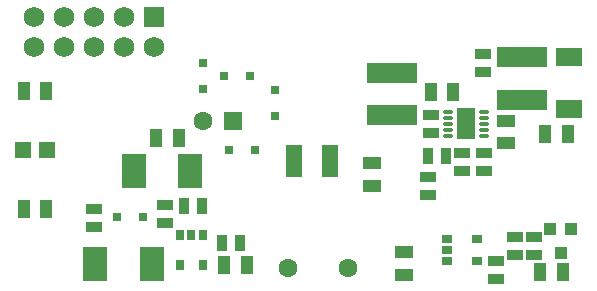
<source format=gbs>
%FSLAX34Y34*%
G04 Gerber Fmt 3.4, Leading zero omitted, Abs format*
G04 (created by PCBNEW (2013-11-03 BZR 4430)-product) date Fri 08 Nov 2013 11:28:15 PM CST*
%MOIN*%
G01*
G70*
G90*
G04 APERTURE LIST*
%ADD10C,0.005906*%
%ADD11R,0.038000X0.028000*%
%ADD12R,0.028000X0.038000*%
%ADD13R,0.078900X0.114300*%
%ADD14R,0.043000X0.063000*%
%ADD15R,0.053000X0.033000*%
%ADD16R,0.033000X0.053000*%
%ADD17R,0.063000X0.063000*%
%ADD18C,0.063000*%
%ADD19R,0.055200X0.055200*%
%ADD20R,0.068000X0.068000*%
%ADD21C,0.068000*%
%ADD22R,0.058000X0.108000*%
%ADD23R,0.063000X0.043000*%
%ADD24R,0.044000X0.044000*%
%ADD25R,0.165480X0.067055*%
%ADD26R,0.031622X0.031622*%
%ADD27R,0.090677X0.063118*%
%ADD28R,0.063118X0.039220*%
%ADD29O,0.034296X0.012643*%
%ADD30O,0.037839X0.012643*%
G04 APERTURE END LIST*
G54D10*
G54D11*
X55877Y-45079D03*
X55877Y-44329D03*
X56877Y-45079D03*
X55877Y-44704D03*
X56877Y-44329D03*
G54D12*
X46967Y-44224D03*
X47717Y-44224D03*
X46967Y-45224D03*
X47342Y-44224D03*
X47717Y-45224D03*
G54D13*
X45413Y-42066D03*
X47303Y-42066D03*
X46020Y-45175D03*
X44130Y-45175D03*
G54D14*
X41750Y-39409D03*
X42500Y-39409D03*
X41750Y-43346D03*
X42500Y-43346D03*
G54D15*
X57060Y-38780D03*
X57060Y-38180D03*
X56360Y-42080D03*
X56360Y-41480D03*
X46450Y-43200D03*
X46450Y-43800D03*
X44100Y-43925D03*
X44100Y-43325D03*
G54D16*
X55240Y-41560D03*
X55840Y-41560D03*
G54D15*
X55240Y-42860D03*
X55240Y-42260D03*
X57100Y-41480D03*
X57100Y-42080D03*
X55314Y-40192D03*
X55314Y-40792D03*
G54D16*
X47100Y-43250D03*
X47700Y-43250D03*
X48375Y-44475D03*
X48975Y-44475D03*
G54D15*
X57480Y-45078D03*
X57480Y-45678D03*
G54D17*
X48728Y-40393D03*
G54D18*
X47728Y-40393D03*
G54D19*
X42538Y-41377D03*
X41712Y-41377D03*
G54D18*
X50574Y-45314D03*
X52574Y-45314D03*
G54D20*
X46094Y-36940D03*
G54D21*
X46094Y-37940D03*
X45094Y-36940D03*
X45094Y-37940D03*
X44094Y-36940D03*
X44094Y-37940D03*
X43094Y-36940D03*
X43094Y-37940D03*
X42094Y-36940D03*
X42094Y-37940D03*
G54D22*
X51977Y-41732D03*
X50777Y-41732D03*
G54D14*
X46165Y-40980D03*
X46915Y-40980D03*
X55325Y-39440D03*
X56075Y-39440D03*
X48443Y-45216D03*
X49193Y-45216D03*
X58975Y-45433D03*
X59725Y-45433D03*
G54D15*
X58120Y-44260D03*
X58120Y-44860D03*
G54D23*
X54429Y-45532D03*
X54429Y-44782D03*
X57840Y-40405D03*
X57840Y-41155D03*
X53346Y-41810D03*
X53346Y-42560D03*
G54D14*
X59882Y-40826D03*
X59132Y-40826D03*
G54D24*
X60010Y-44000D03*
X59310Y-44000D03*
X59660Y-44800D03*
G54D15*
X58760Y-44860D03*
X58760Y-44260D03*
G54D25*
X58346Y-38287D03*
X58346Y-39704D03*
X54015Y-40216D03*
X54015Y-38799D03*
G54D26*
X49283Y-38900D03*
X48416Y-38900D03*
X47736Y-39350D03*
X47736Y-38484D03*
X48591Y-41375D03*
X49458Y-41375D03*
X50125Y-39366D03*
X50125Y-40233D03*
X45733Y-43600D03*
X44866Y-43600D03*
G54D27*
X59940Y-38273D03*
X59940Y-40006D03*
G54D28*
X56500Y-40187D03*
X56500Y-40500D03*
G54D29*
X57090Y-40106D03*
X57090Y-40303D03*
G54D30*
X57090Y-40500D03*
G54D29*
X57090Y-40696D03*
X57090Y-40893D03*
X55909Y-40893D03*
X55909Y-40696D03*
X55909Y-40500D03*
X55909Y-40303D03*
X55909Y-40106D03*
G54D28*
X56500Y-40812D03*
M02*

</source>
